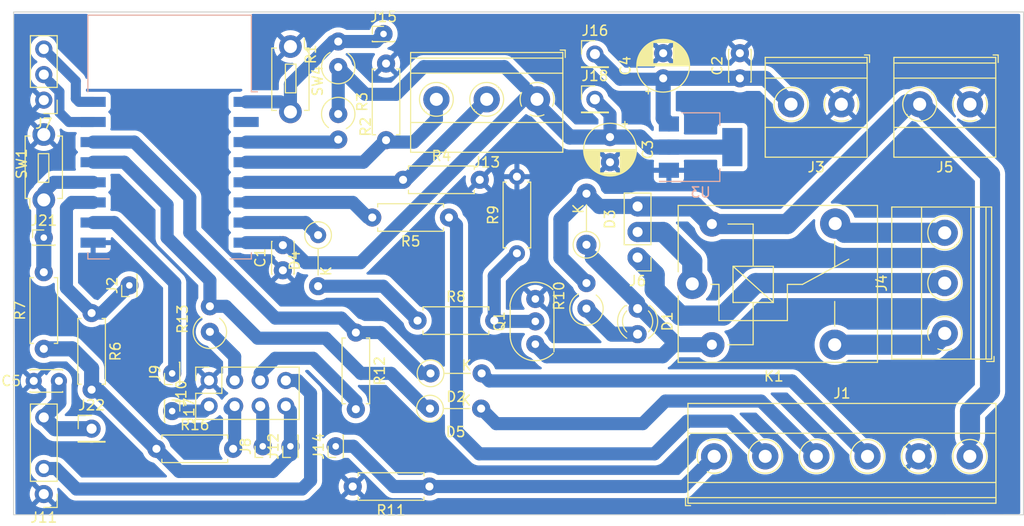
<source format=kicad_pcb>
(kicad_pcb (version 20221018) (generator pcbnew)
  (layers (0 "F.Cu" signal) (31 "B.Cu" signal) (34 "B.Paste" user) (35 "F.Paste" user) (36 "B.SilkS" user "B.Silkscreen") (37 "F.SilkS" user "F.Silkscreen") (38 "B.Mask" user) (39 "F.Mask" user) (44 "Edge.Cuts" user))
  (net 0 "")
  (net 1 "GND")
  (net 2 "+3.3V")
  (net 3 "+5V")
  (net 4 "Net-(D1-K)")
  (net 5 "Net-(D1-A)")
  (net 6 "+12V")
  (net 7 "D0")
  (net 8 "D1")
  (net 9 "LED")
  (net 10 "Net-(J4-Pin_1)")
  (net 11 "Net-(J4-Pin_2)")
  (net 12 "Net-(J4-Pin_3)")
  (net 13 "Net-(J6-Pin_2)")
  (net 14 "Net-(J10-Pin_6)")
  (net 15 "Net-(J10-Pin_7)")
  (net 16 "GPIO2")
  (net 17 "BTN")
  (net 18 "WG26{slash}34")
  (net 19 "Net-(Q1-B)")
  (net 20 "Net-(U1-EN)")
  (net 21 "BEEP")
  (net 23 "Net-(J1-Pin_2)")
  (net 24 "Net-(J7-Pin_2)")
  (net 25 "Net-(J7-Pin_3)")
  (net 26 "Net-(J10-Pin_2)")
  (net 27 "Net-(J10-Pin_4)")
  (net 28 "Net-(J13-Pin_3)")
  (net 29 "Net-(J15-Pin_1)")
  (net 30 "Net-(D4-K)")
  (net 31 "Net-(D4-A)")
  (net 32 "Net-(D2-K)")
  (net 33 "Net-(D5-K)")
  (net 34 "Net-(J10-Pin_3)")
  (net 35 "Net-(J10-Pin_5)")
  (footprint "Capacitor_THT:CP_Radial_D5.0mm_P2.50mm" (layer "F.Cu") (at 196.28 42.16 90)
    (fp_text reference "C4" (at 1.25 -3.75 90) (layer "F.SilkS"))
    (fp_text value "100uF")
    (pad "1" thru_hole circle (at 0 0 90) (size 1.8 1.8) (drill 0.8) (layers "*.Cu" "*.Mask") (net 3 "+5V"))
    (pad "2" thru_hole circle (at 2.5 0 90) (size 1.8 1.8) (drill 0.8) (layers "*.Cu" "*.Mask") (net 1 "GND"))
  )
  (footprint "Capacitor_THT:CP_Radial_D5.0mm_P2.50mm" (layer "F.Cu") (at 191 48 -90)
    (fp_text reference "C3" (at 1.25 -3.75 90) (layer "F.SilkS"))
    (fp_text value "10uF")
    (pad "1" thru_hole circle (at 0 0 270) (size 1.8 1.8) (drill 0.8) (layers "*.Cu" "*.Mask") (net 2 "+3.3V"))
    (pad "2" thru_hole circle (at 2.5 0 270) (size 1.8 1.8) (drill 0.8) (layers "*.Cu" "*.Mask") (net 1 "GND"))
  )
  (footprint "Capacitor_THT:C_Disc_D3.0mm_W2.0mm_P2.50mm" (layer "F.Cu") (at 203.9 42.16 90)
    (fp_text reference "C2" (at 1.25 -2.25 90) (layer "F.SilkS"))
    (fp_text value "0.1u")
    (pad "1" thru_hole circle (at 0 0 90) (size 1.8 1.8) (drill 0.8) (layers "*.Cu" "*.Mask") (net 3 "+5V"))
    (pad "2" thru_hole circle (at 2.5 0 90) (size 1.8 1.8) (drill 0.8) (layers "*.Cu" "*.Mask") (net 1 "GND"))
  )
  (footprint "Resistor_THT:R_Axial_DIN0309_L9.0mm_D3.2mm_P2.54mm_Vertical" (layer "F.Cu") (at 164 45.71 -90)
    (fp_text reference "R2" (at 1.27 -2.72 -90) (layer "F.SilkS"))
    (fp_text value "10K")
    (pad "1" thru_hole circle (at 0 0 270) (size 1.8 1.8) (drill 0.8) (layers "*.Cu" "*.Mask") (net 2 "+3.3V"))
    (pad "2" thru_hole circle (at 2.54 0 270) (size 1.8 1.8) (drill 0.8) (layers "*.Cu" "*.Mask") (net 20 "Net-(U1-EN)"))
  )
  (footprint "Connector_PinHeader_1.27mm:PinHeader_1x01_P1.27mm_Vertical" (layer "F.Cu") (at 156.5 78.75 90)
    (fp_text reference "J8" (at 0 -1.695 90) (layer "F.SilkS"))
    (fp_text value "~")
    (pad "1" thru_hole circle (at 0 0 90) (size 1.8 1.8) (drill 0.65) (layers "*.Cu" "*.Mask") (net 14 "Net-(J10-Pin_6)"))
  )
  (footprint "Relay_THT:Relay_SPDT_SANYOU_SRD_Series_Form_C" (layer "F.Cu") (at 199.17 62.6)
    (fp_text reference "K1" (at 8.1 9.2) (layer "F.SilkS"))
    (fp_text value "SANYOU_SRD_Form_C")
    (pad "1" thru_hole circle (at 0 0 90) (size 3 3) (drill 1.3) (layers "*.Cu" "*.Mask") (net 13 "Net-(J6-Pin_2)"))
    (pad "2" thru_hole circle (at 1.95 6.05 90) (size 2.5 2.5) (drill 1) (layers "*.Cu" "*.Mask") (net 4 "Net-(D1-K)"))
    (pad "3" thru_hole circle (at 14.15 6.05 90) (size 3 3) (drill 1.3) (layers "*.Cu" "*.Mask") (net 10 "Net-(J4-Pin_1)"))
    (pad "4" thru_hole circle (at 14.2 -6 90) (size 3 3) (drill 1.3) (layers "*.Cu" "*.Mask") (net 12 "Net-(J4-Pin_3)"))
    (pad "5" thru_hole circle (at 1.95 -5.95 90) (size 2.5 2.5) (drill 1) (layers "*.Cu" "*.Mask") (net 6 "+12V"))
  )
  (footprint "Resistor_THT:R_Axial_DIN0207_L6.3mm_D2.5mm_P7.62mm_Horizontal" (layer "F.Cu") (at 171.88 66.25)
    (fp_text reference "R8" (at 3.81 -2.37) (layer "F.SilkS"))
    (fp_text value "10K")
    (pad "1" thru_hole circle (at 0 0) (size 1.8 1.8) (drill 0.8) (layers "*.Cu" "*.Mask") (net 30 "Net-(D4-K)"))
    (pad "2" thru_hole circle (at 7.62 0) (size 1.8 1.8) (drill 0.8) (layers "*.Cu" "*.Mask") (net 19 "Net-(Q1-B)"))
  )
  (footprint "LED_THT:LED_D3.0mm" (layer "F.Cu") (at 193.74 65.06 -90)
    (fp_text reference "D1" (at 1.27 -2.96 90) (layer "F.SilkS"))
    (fp_text value "LED")
    (pad "1" thru_hole circle (at 0 0 270) (size 1.8 1.8) (drill 0.9) (layers "*.Cu" "*.Mask") (net 4 "Net-(D1-K)"))
    (pad "2" thru_hole circle (at 2.54 0 270) (size 1.8 1.8) (drill 0.9) (layers "*.Cu" "*.Mask") (net 5 "Net-(D1-A)"))
  )
  (footprint "Connector_PinHeader_1.27mm:PinHeader_1x01_P1.27mm_Vertical" (layer "F.Cu") (at 143.25 62.75 90)
    (fp_text reference "J2" (at 0 -1.695 90) (layer "F.SilkS"))
    (fp_text value "~")
    (pad "1" thru_hole circle (at 0 0 90) (size 1.8 1.8) (drill 0.65) (layers "*.Cu" "*.Mask") (net 16 "GPIO2"))
  )
  (footprint "Connector_PinHeader_1.27mm:PinHeader_1x01_P1.27mm_Vertical" (layer "F.Cu") (at 163.75 78.75 90)
    (fp_text reference "J14" (at 0 -1.695 90) (layer "F.SilkS"))
    (fp_text value "~")
    (pad "1" thru_hole circle (at 0 0 90) (size 1.8 1.8) (drill 0.65) (layers "*.Cu" "*.Mask") (net 9 "LED"))
  )
  (footprint "Diode_THT:D_DO-35_SOD27_P5.08mm_Vertical_KathodeUp" (layer "F.Cu") (at 162 62.83 90)
    (fp_text reference "D4" (at 2.54 -2.326371 90) (layer "F.SilkS"))
    (fp_text value "1N4148")
    (fp_text user "K" (at 1.5 0.8 90) (layer "F.SilkS"))
    (pad "1" thru_hole circle (at 0 0 90) (size 1.8 1.8) (drill 0.8) (layers "*.Cu" "*.Mask") (net 30 "Net-(D4-K)"))
    (pad "2" thru_hole oval (at 5.08 0 90) (size 1.6 1.6) (drill 0.8) (layers "*.Cu" "*.Mask") (net 31 "Net-(D4-A)"))
  )
  (footprint "Button_Switch_THT:SW_PUSH_1P1T_6x3.5mm_H4.3_APEM_MJTP1243" (layer "F.Cu") (at 134.75 54.25 90)
    (fp_text reference "SW1" (at 3.595 -2.2 90) (layer "F.SilkS"))
    (fp_text value "FLASH")
    (pad "1" thru_hole circle (at 0 0 180) (size 2.25 2.25) (drill 1.3) (layers "*.Cu" "*.Mask") (net 18 "WG26{slash}34"))
    (pad "2" thru_hole circle (at 6.5 0 180) (size 2.25 2.25) (drill 1.3) (layers "*.Cu" "*.Mask") (net 1 "GND"))
  )
  (footprint "Resistor_THT:R_Axial_DIN0309_L9.0mm_D3.2mm_P2.54mm_Vertical" (layer "F.Cu") (at 164 41.04 90)
    (fp_text reference "R1" (at 1.27 -2.72 90) (layer "F.SilkS"))
    (fp_text value "10K")
    (pad "1" thru_hole circle (at 0 0 90) (size 1.8 1.8) (drill 0.8) (layers "*.Cu" "*.Mask") (net 2 "+3.3V"))
    (pad "2" thru_hole circle (at 2.54 0 90) (size 1.8 1.8) (drill 0.8) (layers "*.Cu" "*.Mask") (net 29 "Net-(J15-Pin_1)"))
  )
  (footprint "Capacitor_THT:C_Disc_D3.0mm_W2.0mm_P2.50mm" (layer "F.Cu") (at 133.75 72.25)
    (fp_text reference "C5" (at -2.25 0) (layer "F.SilkS"))
    (fp_text value "0.1u" hide)
    (pad "1" thru_hole circle (at 0 0) (size 1.6 1.6) (drill 0.8) (layers "*.Cu" "*.Mask") (net 1 "GND"))
    (pad "2" thru_hole circle (at 2.5 0) (size 1.6 1.6) (drill 0.8) (layers "*.Cu" "*.Mask") (net 3 "+5V"))
  )
  (footprint "Resistor_THT:R_Axial_DIN0207_L6.3mm_D2.5mm_P7.62mm_Horizontal" (layer "F.Cu") (at 165.75 67.44 -90)
    (fp_text reference "R12" (at 3.81 -2.37 90) (layer "F.SilkS"))
    (fp_text value "10K")
    (pad "1" thru_hole circle (at 0 0 270) (size 1.8 1.8) (drill 0.8) (layers "*.Cu" "*.Mask") (net 8 "D1"))
    (pad "2" thru_hole circle (at 7.62 0 270) (size 1.8 1.8) (drill 0.8) (layers "*.Cu" "*.Mask") (net 35 "Net-(J10-Pin_5)"))
  )
  (footprint "TerminalBlock_Phoenix:TerminalBlock_Phoenix_MKDS-1,5-3_1x03_P5.00mm_Horizontal" (layer "F.Cu") (at 224.25 67.52 90)
    (fp_text reference "J4" (at 5 -6.26 90) (layer "F.SilkS"))
    (fp_text value "OUT 1")
    (pad "1" thru_hole circle (at 0 0 90) (size 2.6 2.6) (drill 1.3) (layers "*.Cu" "*.Mask") (net 10 "Net-(J4-Pin_1)"))
    (pad "2" thru_hole circle (at 5 0 90) (size 2.6 2.6) (drill 1.3) (layers "*.Cu" "*.Mask") (net 11 "Net-(J4-Pin_2)"))
    (pad "3" thru_hole circle (at 10 0 90) (size 2.6 2.6) (drill 1.3) (layers "*.Cu" "*.Mask") (net 12 "Net-(J4-Pin_3)"))
  )
  (footprint "Connector_PinHeader_2.54mm:PinHeader_1x01_P2.54mm_Vertical" (layer "F.Cu") (at 189.5 44.25)
    (fp_text reference "J18" (at 0 -2.33) (layer "F.SilkS"))
    (fp_text value "~")
    (pad "1" thru_hole circle (at 0 0) (size 1.7 1.7) (drill 1) (layers "*.Cu" "*.Mask") (net 2 "+3.3V"))
  )
  (footprint "Connector_PinHeader_1.27mm:PinHeader_1x01_P1.27mm_Vertical" (layer "F.Cu") (at 147.5 71.5 90)
    (fp_text reference "J9" (at 0 -1.695 90) (layer "F.SilkS"))
    (fp_text value "~")
    (pad "1" thru_hole circle (at 0 0 90) (size 1.8 1.8) (drill 0.65) (layers "*.Cu" "*.Mask") (net 9 "LED"))
  )
  (footprint "Button_Switch_THT:SW_PUSH_1P1T_6x3.5mm_H4.3_APEM_MJTP1243" (layer "F.Cu") (at 159.25 39 -90)
    (fp_text reference "SW4" (at 3.42 -2.7 90) (layer "F.SilkS"))
    (fp_text value "RESET")
    (pad "1" thru_hole circle (at 0 0) (size 2.25 2.25) (drill 1.3) (layers "*.Cu" "*.Mask") (net 1 "GND"))
    (pad "2" thru_hole circle (at 6.5 0) (size 2.25 2.25) (drill 1.3) (layers "*.Cu" "*.Mask") (net 29 "Net-(J15-Pin_1)"))
  )
  (footprint "Resistor_THT:R_Axial_DIN0207_L6.3mm_D2.5mm_P7.62mm_Horizontal" (layer "F.Cu") (at 175 56 180)
    (fp_text reference "R5" (at 3.81 -2.37) (layer "F.SilkS"))
    (fp_text value "10K")
    (pad "1" thru_hole circle (at 0 0 180) (size 1.8 1.8) (drill 0.8) (layers "*.Cu" "*.Mask") (net 23 "Net-(J1-Pin_2)"))
    (pad "2" thru_hole circle (at 7.62 0 180) (size 1.8 1.8) (drill 0.8) (layers "*.Cu" "*.Mask") (net 21 "BEEP"))
  )
  (footprint "TerminalBlock_Phoenix:TerminalBlock_Phoenix_MKDS-1,5-6-5.08_1x06_P5.08mm_Horizontal" (layer "F.Cu") (at 201.34 79.75)
    (fp_text reference "J1" (at 12.7 -6.26) (layer "F.SilkS"))
    (fp_text value "LECTOR")
    (pad "1" thru_hole circle (at 0 0) (size 2.6 2.6) (drill 1.3) (layers "*.Cu" "*.Mask") (net 9 "LED"))
    (pad "2" thru_hole circle (at 5.08 0) (size 2.6 2.6) (drill 1.3) (layers "*.Cu" "*.Mask") (net 23 "Net-(J1-Pin_2)"))
    (pad "3" thru_hole circle (at 10.16 0) (size 2.6 2.6) (drill 1.3) (layers "*.Cu" "*.Mask") (net 33 "Net-(D5-K)"))
    (pad "4" thru_hole circle (at 15.24 0) (size 2.6 2.6) (drill 1.3) (layers "*.Cu" "*.Mask") (net 32 "Net-(D2-K)"))
    (pad "5" thru_hole circle (at 20.32 0) (size 2.6 2.6) (drill 1.3) (layers "*.Cu" "*.Mask") (net 1 "GND"))
    (pad "6" thru_hole circle (at 25.4 0) (size 2.6 2.6) (drill 1.3) (layers "*.Cu" "*.Mask") (net 6 "+12V"))
  )
  (footprint "TerminalBlock_Phoenix:TerminalBlock_Phoenix_MKDS-1,5-2_1x02_P5.00mm_Horizontal" (layer "F.Cu") (at 226.76 44.74 180)
    (fp_text reference "J5" (at 2.5 -6.26) (layer "F.SilkS"))
    (fp_text value "IN 12V")
    (pad "1" thru_hole circle (at 0 0 180) (size 2.6 2.6) (drill 1.3) (layers "*.Cu" "*.Mask") (net 1 "GND"))
    (pad "2" thru_hole circle (at 5 0 180) (size 2.6 2.6) (drill 1.3) (layers "*.Cu" "*.Mask") (net 6 "+12V"))
  )
  (footprint "Resistor_THT:R_Axial_DIN0207_L6.3mm_D2.5mm_P7.62mm_Horizontal" (layer "F.Cu") (at 173.06 82.75 180)
    (fp_text reference "R11" (at 3.81 -2.37) (layer "F.SilkS"))
    (fp_text value "10K")
    (pad "1" thru_hole circle (at 0 0 180) (size 1.8 1.8) (drill 0.8) (layers "*.Cu" "*.Mask") (net 9 "LED"))
    (pad "2" thru_hole circle (at 7.62 0 180) (size 1.8 1.8) (drill 0.8) (layers "*.Cu" "*.Mask") (net 1 "GND"))
  )
  (footprint "Resistor_THT:R_Axial_DIN0207_L6.3mm_D2.5mm_P7.62mm_Horizontal" (layer "F.Cu") (at 170.44 52.25)
    (fp_text reference "R4" (at 3.81 -2.37) (layer "F.SilkS"))
    (fp_text value "10K")
    (pad "1" thru_hole circle (at 0 0) (size 1.8 1.8) (drill 0.8) (layers "*.Cu" "*.Mask") (net 17 "BTN"))
    (pad "2" thru_hole circle (at 7.62 0) (size 1.8 1.8) (drill 0.8) (layers "*.Cu" "*.Mask") (net 1 "GND"))
  )
  (footprint "Resistor_THT:R_Axial_DIN0207_L6.3mm_D2.5mm_P7.62mm_Horizontal" (layer "F.Cu") (at 134.75 69.06 90)
    (fp_text reference "R7" (at 3.81 -2.37 90) (layer "F.SilkS"))
    (fp_text value "10K")
    (pad "1" thru_hole circle (at 0 0 90) (size 1.8 1.8) (drill 0.8) (layers "*.Cu" "*.Mask") (net 2 "+3.3V"))
    (pad "2" thru_hole circle (at 7.62 0 90) (size 1.8 1.8) (drill 0.8) (layers "*.Cu" "*.Mask") (net 18 "WG26{slash}34"))
  )
  (footprint "Resistor_THT:R_Axial_DIN0207_L6.3mm_D2.5mm_P7.62mm_Horizontal" (layer "F.Cu") (at 181.75 59.56 90)
    (fp_text reference "R9" (at 3.81 -2.37 90) (layer "F.SilkS"))
    (fp_text value "100K")
    (pad "1" thru_hole circle (at 0 0 90) (size 1.6 1.6) (drill 0.8) (layers "*.Cu" "*.Mask") (net 19 "Net-(Q1-B)"))
    (pad "2" thru_hole oval (at 7.62 0 90) (size 1.6 1.6) (drill 0.8) (layers "*.Cu" "*.Mask") (net 1 "GND"))
  )
  (footprint "Connector_PinHeader_1.27mm:PinHeader_1x01_P1.27mm_Vertical" (layer "F.Cu") (at 168.5 37.75)
    (fp_text reference "J15" (at 0 -1.695) (layer "F.SilkS"))
    (fp_text value "~")
    (pad "1" thru_hole circle (at 0 0) (size 1.8 1.8) (drill 0.65) (layers "*.Cu" "*.Mask") (net 29 "Net-(J15-Pin_1)"))
  )
  (footprint "Resistor_THT:R_Axial_DIN0207_L6.3mm_D2.5mm_P7.62mm_Horizontal" (layer "F.Cu") (at 139.5 65.5 -90)
    (fp_text reference "R6" (at 3.81 -2.37 -90) (layer "F.SilkS"))
    (fp_text value "10K")
    (pad "1" thru_hole circle (at 0 0 270) (size 1.8 1.8) (drill 0.8) (layers "*.Cu" "*.Mask") (net 16 "GPIO2"))
    (pad "2" thru_hole circle (at 7.62 0 270) (size 1.8 1.8) (drill 0.8) (layers "*.Cu" "*.Mask") (net 2 "+3.3V"))
  )
  (footprint "Diode_THT:D_DO-35_SOD27_P5.08mm_Vertical_KathodeUp" (layer "F.Cu") (at 178.195686 75 180)
    (fp_text reference "D5" (at 2.54 -2.326371) (layer "F.SilkS"))
    (fp_text value "1N4148")
    (fp_text user "K" (at 1.5 0.8) (layer "F.SilkS"))
    (pad "1" thru_hole circle (at 0 0 180) (size 1.8 1.8) (drill 0.8) (layers "*.Cu" "*.Mask") (net 33 "Net-(D5-K)"))
    (pad "2" thru_hole circle (at 5.08 0 180) (size 1.8 1.8) (drill 0.8) (layers "*.Cu" "*.Mask") (net 7 "D0"))
  )
  (footprint "Connector_PinSocket_2.54mm:PinSocket_2x04_P2.54mm_Vertical" (layer "F.Cu") (at 151.17 72.21 90)
    (fp_text reference "J10" (at -1.27 -2.77 90) (layer "F.SilkS"))
    (fp_text value "ESP01")
    (pad "1" thru_hole circle (at 0 0 90) (size 1.7 1.7) (drill 1) (layers "*.Cu" "*.Mask") (net 1 "GND"))
    (pad "2" thru_hole oval (at -2.54 0 90) (size 1.7 1.7) (drill 1) (layers "*.Cu" "*.Mask") (net 26 "Net-(J10-Pin_2)"))
    (pad "3" thru_hole oval (at 0 2.54 90) (size 1.7 1.7) (drill 1) (layers "*.Cu" "*.Mask") (net 34 "Net-(J10-Pin_3)"))
    (pad "4" thru_hole oval (at -2.54 2.54 90) (size 1.7 1.7) (drill 1) (layers "*.Cu" "*.Mask") (net 27 "Net-(J10-Pin_4)"))
    (pad "5" thru_hole circle (at 0 5.08 90) (size 1.7 1.7) (drill 1) (layers "*.Cu" "*.Mask") (net 35 "Net-(J10-Pin_5)"))
    (pad "6" thru_hole oval (at -2.54 5.08 90) (size 1.7 1.7) (drill 1) (layers "*.Cu" "*.Mask") (net 14 "Net-(J10-Pin_6)"))
    (pad "7" thru_hole oval (at 0 7.62 90) (size 1.7 1.7) (drill 1) (layers "*.Cu" "*.Mask") (net 15 "Net-(J10-Pin_7)"))
    (pad "8" thru_hole oval (at -2.54 7.62 90) (size 1.7 1.7) (drill 1) (layers "*.Cu" "*.Mask") (net 2 "+3.3V"))
  )
  (footprint "Resistor_THT:R_Axial_DIN0207_L6.3mm_D2.5mm_P7.62mm_Horizontal" (layer "F.Cu") (at 168.75 48.31 90)
    (fp_text reference "R3" (at 3.81 -2.37 90) (layer "F.SilkS"))
    (fp_text value "10K")
    (pad "1" thru_hole circle (at 0 0 90) (size 1.8 1.8) (drill 0.8) (layers "*.Cu" "*.Mask") (net 28 "Net-(J13-Pin_3)"))
    (pad "2" thru_hole circle (at 7.62 0 90) (size 1.8 1.8) (drill 0.8) (layers "*.Cu" "*.Mask") (net 1 "GND"))
  )
  (footprint "Connector_PinHeader_1.27mm:PinHeader_1x01_P1.27mm_Vertical" (layer "F.Cu") (at 147.5 75.25 -90)
    (fp_text reference "J17" (at 0 -1.695 90) (layer "F.SilkS"))
    (fp_text value "~")
    (pad "1" thru_hole circle (at 0 0 270) (size 1.8 1.8) (drill 0.65) (layers "*.Cu" "*.Mask") (net 26 "Net-(J10-Pin_2)"))
  )
  (footprint "Resistor_THT:R_Axial_DIN0207_L6.3mm_D2.5mm_P7.62mm_Horizontal" (layer "F.Cu") (at 145.94 79)
    (fp_text reference "R16" (at 3.81 -2.37) (layer "F.SilkS"))
    (fp_text value "10K")
    (pad "1" thru_hole circle (at 0 0) (size 1.8 1.8) (drill 0.8) (layers "*.Cu" "*.Mask") (net 2 "+3.3V"))
    (pad "2" thru_hole circle (at 7.62 0) (size 1.8 1.8) (drill 0.8) (layers "*.Cu" "*.Mask") (net 27 "Net-(J10-Pin_4)"))
  )
  (footprint "TerminalBlock_Phoenix:TerminalBlock_Phoenix_MKDS-1,5-3_1x03_P5.00mm_Horizontal" (layer "F.Cu") (at 183.75 44.25 180)
    (fp_text reference "J13" (at 5 -6.26) (layer "F.SilkS"))
    (fp_text value "OUT 1")
    (pad "1" thru_hole circle (at 0 0 180) (size 2.6 2.6) (drill 1.3) (layers "*.Cu" "*.Mask") (net 2 "+3.3V"))
    (pad "2" thru_hole circle (at 5 0 180) (size 2.6 2.6) (drill 1.3) (layers "*.Cu" "*.Mask") (net 17 "BTN"))
    (pad "3" thru_hole circle (at 10 0 180) (size 2.6 2.6) (drill 1.3) (layers "*.Cu" "*.Mask") (net 28 "Net-(J13-Pin_3)"))
  )
  (footprint "Resistor_THT:R_Axial_DIN0309_L9.0mm_D3.2mm_P2.54mm_Vertical" (layer "F.Cu") (at 188.66 65.06 90)
    (fp_text reference "R10" (at 1.27 -2.72 90) (layer "F.SilkS"))
    (fp_text value "1K")
    (pad "1" thru_hole circle (at 0 0 90) (size 1.8 1.8) (drill 0.8) (layers "*.Cu" "*.Mask") (net 5 "Net-(D1-A)"))
    (pad "2" thru_hole circle (at 2.54 0 90) (size 1.8 1.8) (drill 0.8) (layers "*.Cu" "*.Mask") (net 6 "+12V"))
  )
  (footprint "Connector_PinHeader_1.27mm:PinHeader_1x01_P1.27mm_Vertical" (layer "F.Cu") (at 159.25 78.75 90)
    (fp_text reference "J12" (at 0 -1.695 90) (layer "F.SilkS"))
    (fp_text value "~")
    (pad "1" thru_hole circle (at 0 0 90) (size 1.8 1.8) (drill 0.65) (layers "*.Cu" "*.Mask") (net 2 "+3.3V"))
  )
  (footprint "Resistor_THT:R_Axial_DIN0309_L9.0mm_D3.2mm_P2.54mm_Vertical" (layer "F.Cu") (at 151.25 67.37 90)
    (fp_text reference "R13" (at 1.27 -2.72 90) (layer "F.SilkS"))
    (fp_text value "10K")
    (pad "1" thru_hole circle (at 0 0 90) (size 1.8 1.8) (drill 0.8) (layers "*.Cu" "*.Mask") (net 34 "Net-(J10-Pin_3)"))
    (pad "2" thru_hole circle (at 2.54 0 90) (size 1.8 1.8) (drill 0.8) (layers "*.Cu" "*.Mask") (net 7 "D0"))
  )
  (footprint "Capacitor_THT:C_Disc_D3.0mm_W2.0mm_P2.50mm" (layer "F.Cu") (at 158.5 61.25 90)
    (fp_text reference "C1" (at 1.25 -2.25 90) (layer "F.SilkS"))
    (fp_text value "0.1u")
    (pad "1" thru_hole circle (at 0 0 90) (size 1.8 1.8) (drill 0.8) (layers "*.Cu" "*.Mask") (net 1 "GND"))
    (pad "2" thru_hole circle (at 2.5 0 90) (size 1.8 1.8) (drill 0.8) (layers "*.Cu" "*.Mask") (net 2 "+3.3V"))
  )
  (footprint "Connector_PinHeader_2.54mm:PinHeader_1x01_P2.54mm_Vertical" (layer "F.Cu") (at 139.5 77)
    (fp_text reference "J22" (at 0 -2.33) (layer "F.SilkS"))
    (fp_text value "~")
    (pad "1" thru_hole circle (at 0 0) (size 1.8 1.8) (drill 1) (layers "*.Cu" "*.Mask") (net 3 "+5V"))
  )
  (footprint "Connector_PinHeader_2.54mm:PinHeader_1x01_P2.54mm_Vertical" (layer "F.Cu") (at 189.5 39.75)
    (fp_text reference "J16" (at 0 -2.33) (layer "F.SilkS"))
    (fp_text value "~")
    (pad "1" thru_hole circle (at 0 0) (size 1.7 1.7) (drill 1) (layers "*.Cu" "*.Mask") (net 3 "+5V"))
  )
  (footprint "Connector_PinHeader_2.54mm:PinHeader_1x03_P2.54mm_Vertical" (layer "F.Cu") (at 193.74 59.98 180)
    (fp_text reference "J6" (at 0 -2.33) (layer "F.SilkS"))
    (fp_text value "~")
    (pad "1" thru_hole circle (at 0 0 180) (size 2 2) (drill 1) (layers "*.Cu" "*.Mask") (net 11 "Net-(J4-Pin_2)"))
    (pad "2" thru_hole circle (at 0 2.54 180) (size 2 2) (drill 1) (layers "*.Cu" "*.Mask") (net 13 "Net-(J6-Pin_2)"))
    (pad "3" thru_hole circle (at 0 5.08 180) (size 2 2) (drill 1) (layers "*.Cu" "*.Mask") (net 6 "+12V"))
  )
  (footprint "Connector_PinHeader_2.54mm:PinHeader_1x04_P2.54mm_Vertical" (layer "F.Cu") (at 134.75 83.5 180)
    (fp_text reference "J11" (at 0 -2.33) (layer "F.SilkS"))
    (fp_text value "Receptor RF")
    (pad "1" thru_hole circle (at 0 0 180) (size 1.8 1.8) (drill 1) (layers "*.Cu" "*.Mask") (net 1 "GND"))
    (pad "2" thru_hole oval (at 0 2.54 180) (size 1.7 1.7) (drill 1) (layers "*.Cu" "*.Mask") (net 15 "Net-(J10-Pin_7)"))
    (pad "4" thru_hole oval (at 0 7.62 180) (size 1.7 1.7) (drill 1) (layers "*.Cu" "*.Mask") (net 3 "+5V"))
  )
  (footprint "Connector_PinHeader_2.54mm:PinHeader_1x03_P2.54mm_Vertical" (layer "F.Cu") (at 134.75 44.33 180)
    (fp_text reference "J7" (at 0 -2.33) (layer "F.SilkS"))
    (fp_text value "PROG")
    (pad "1" thru_hole circle (at 0 0 180) (size 1.7 1.7) (drill 1) (layers "*.Cu" "*.Mask") (net 1 "GND"))
    (pad "2" thru_hole oval (at 0 2.54 180) (size 1.7 1.7) (drill 1) (layers "*.Cu" "*.Mask") (net 24 "Net-(J7-Pin_2)"))
    (pad "3" thru_hole oval (at 0 5.08 180) (size 1.7 1.7) (drill 1) (layers "*.Cu" "*.Mask") (net 25 "Net-(J7-Pin_3)"))
  )
  (footprint "Diode_THT:D_DO-35_SOD27_P5.08mm_Vertical_KathodeUp" (layer "F.Cu") (at 188.66 53.63 -90)
    (fp_text reference "D3" (at 2.54 -2.326371 -90) (layer "F.SilkS"))
    (fp_text value "1N4148")
    (fp_text user "K" (at 1.5 0.8 -90) (layer "F.SilkS"))
    (pad "1" thru_hole circle (at 0 0 270) (size 2 2) (drill 0.8) (layers "*.Cu" "*.Mask") (net 6 "+12V"))
    (pad "2" thru_hole circle (at 5.08 0 270) (size 2 2) (drill 0.8) (layers "*.Cu" "*.Mask") (net 4 "Net-(D1-K)"))
  )
  (footprint "Connector_PinHeader_1.27mm:PinHeader_1x01_P1.27mm_Vertical" (layer "F.Cu") (at 134.75 58)
    (fp_text reference "J21" (at 0 -1.695) (layer "F.SilkS"))
    (fp_text value "~")
    (pad "1" thru_hole circle (at 0 0) (size 1.8 1.8) (drill 0.65) (layers "*.Cu" "*.Mask") (net 18 "WG26{slash}34"))
  )
  (footprint "Package_TO_SOT_THT:TO-92_Inline" (layer "F.Cu") (at 183.58 67.6 90)
    (fp_text reference "Q1" (at 1.27 -3.56 90) (layer "F.SilkS"))
    (fp_text value "BC546")
    (pad "1" thru_hole circle (at -1 0 90) (size 1.8 1.8) (drill 0.75) (layers "*.Cu" "*.Mask") (net 4 "Net-(D1-K)"))
    (pad "2" thru_hole circle (at 1.27 0 90) (size 1.8 1.8) (drill 0.75) (layers "*.Cu" "*.Mask") (net 19 "Net-(Q1-B)"))
    (pad "3" thru_hole circle (at 3.5 0 90) (size 1.8 1.8) (drill 0.75) (layers "*.Cu" "*.Mask") (net 1 "GND"))
  )
  (footprint "TerminalBlock_Phoenix:TerminalBlock_Phoenix_MKDS-1,5-2_1x02_P5.00mm_Horizontal" (layer "F.Cu") (at 213.98 44.74 180)
    (fp_text reference "J3" (at 2.5 -6.26) (layer "F.SilkS"))
    (fp_text value "IN 5V")
    (pad "1" thru_hole circle (at 0 0 180) (size 2.6 2.6) (drill 1.3) (layers "*.Cu" "*.Mask") (net 1 "GND"))
    (pad "2" thru_hole circle (at 5 0 180) (size 2.6 2.6) (drill 1.3) (layers "*.Cu" "*.Mask") (net 3 "+5V"))
  )
  (footprint "Diode_THT:D_DO-35_SOD27_P5.08mm_Vertical_KathodeUp" (layer "F.Cu") (at 178.25 71.5 180)
    (fp_text reference "D2" (at 2.54 -2.326371) (layer "F.SilkS"))
    (fp_text value "1N4148")
    (fp_text user "K" (at 1.5 0.8) (layer "F.SilkS"))
    (pad "1" thru_hole circle (at 0 0 180) (size 1.8 1.8) (drill 0.8) (layers "*.Cu" "*.Mask") (net 32 "Net-(D2-K)"))
    (pad "2" thru_hole circle (at 5.08 0 180) (size 1.8 1.8) (drill 0.8) (layers "*.Cu" "*.Mask") (net 8 "D1"))
  )
  (footprint "RF_Module:ESP-12E" (layer "B.Cu") (at 147.25 48 180)
    (fp_text reference "U1" hide)
    (fp_text value "ESP-12F")
    (pad "1" smd rect (at -7.6 3.5 180) (size 2.5 1) (layers "B.Cu" "B.Paste" "B.Mask") (net 29 "Net-(J15-Pin_1)"))
    (pad "2" smd rect (at -7.6 1.5 180) (size 2.5 1) (layers "B.Cu" "B.Paste" "B.Mask"))
    (pad "3" smd rect (at -7.6 -0.5 180) (size 2.5 1) (layers "B.Cu" "B.Paste" "B.Mask") (net 20 "Net-(U1-EN)"))
    (pad "4" smd rect (at -7.6 -2.5 180) (size 2.5 1) (layers "B.Cu" "B.Paste" "B.Mask") (net 28 "Net-(J13-Pin_3)"))
    (pad "5" smd rect (at -7.6 -4.5 180) (size 2.5 1) (layers "B.Cu" "B.Paste" "B.Mask") (net 17 "BTN"))
    (pad "6" smd rect (at -7.6 -6.5 180) (size 2.5 1) (layers "B.Cu" "B.Paste" "B.Mask") (net 21 "BEEP"))
    (pad "7" smd rect (at -7.6 -8.5 180) (size 2.5 1) (layers "B.Cu" "B.Paste" "B.Mask") (net 31 "Net-(D4-A)"))
    (pad "8" smd rect (at -7.6 -10.5 180) (size 2.5 1) (layers "B.Cu" "B.Paste" "B.Mask") (net 2 "+3.3V"))
    (pad "15" smd rect (at 7.6 -10.5 180) (size 2.5 1) (layers "B.Cu" "B.Paste" "B.Mask") (net 1 "GND"))
    (pad "16" smd rect (at 7.6 -8.5 180) (size 2.5 1) (layers "B.Cu" "B.Paste" "B.Mask") (net 9 "LED"))
    (pad "17" smd rect (at 7.6 -6.5 180) (size 2.5 1) (layers "B.Cu" "B.Paste" "B.Mask") (net 16 "GPIO2"))
    (pad "18" smd rect (at 7.6 -4.5 180) (size 2.5 1) (layers "B.Cu" "B.Paste" "B.Mask") (net 18 "WG26{slash}34"))
    (pad "19" smd rect (at 7.6 -2.5 180) (size 2.5 1) (layers "B.Cu" "B.Paste" "B.Mask") (net 7 "D0"))
    (pad "20" smd rect (at 7.6 -0.5 180) (size 2.5 1) (layers "B.Cu" "B.Paste" "B.Mask") (net 8 "D1"))
    (pad "21" smd rect (at 7.6 1.5 180) (size 2.5 1) (layers "B.Cu" "B.Paste" "B.Mask") (net 24 "Net-(J7-Pin_2)"))
    (pad "22" smd rect (at 7.6 3.5 180) (size 2.5 1) (layers "B.Cu" "B.Paste" "B.Mask") (net 25 "Net-(J7-Pin_3)"))
    (zone (net 0) (net_name "") (layers "*.Cu") (connect_pads (clearance 0)) (min_thickness 0.254)
      (keepout (tracks not_allowed) (vias not_allowed) (pads not_allowed) (copperpour not_allowed) (footprints not_allowed))
      (fill (thermal_gap 0.508) (thermal_bridge_width 0.508))
      (polygon (pts (xy 155.37 43.2) (xy 139.13 43.2) (xy 139.13 35.88) (xy 155.37 35.88)))
    )
  )
  (footprint "Package_TO_SOT_SMD:SOT-223-3_TabPin2" (layer "B.Cu") (at 200 49)
    (fp_text reference "U3" (at 0 4.5) (layer "B.SilkS") (effects (justify mirror)))
    (fp_text value "AMS1117-3.3")
    (pad "1" smd rect (at -3.15 2.3) (size 2 1.5) (layers "B.Cu" "B.Paste" "B.Mask") (net 1 "GND"))
    (pad "2" smd rect (at -3.15 0) (size 2 1.5) (layers "B.Cu" "B.Paste" "B.Mask") (net 2 "+3.3V"))
    (pad "2" smd rect (at 3.15 0) (size 2 3.8) (layers "B.Cu" "B.Paste" "B.Mask") (net 2 "+3.3V"))
    (pad "3" smd rect (at -3.15 -2.3) (size 2 1.5) (layers "B.Cu" "B.Paste" "B.Mask") (net 3 "+5V"))
  )
  (gr_rect (start 131.75 35.56) (end 232.08 85.56) (stroke (width 0.1)) (fill none) (layer "Edge.Cuts"))
  (segment (start 196.255 39.685) (end 196.28 39.66) (width 1) (layer "B.Cu") (net 1))
  (segment (start 213.98 43.52) (end 213.98 44.74) (width 0.5) (layer "B.Cu") (net 1))
  (segment (start 137.56 69.06) (end 139.5 71) (width 1.5) (layer "B.Cu") (net 2))
  (segment (start 195 49) (end 196.85 49) (width 1.5) (layer "B.Cu") (net 2))
  (segment (start 169.75 43.75) (end 166.71 43.75) (width 1.3) (layer "B.Cu") (net 2))
  (segment (start 183.75 44.25) (end 182.45 44.25) (width 1) (layer "B.Cu") (net 2))
  (segment (start 145.94 79) (end 148.19 81.25) (width 1.3) (layer "B.Cu") (net 2))
  (segment (start 187 48) (end 194 48) (width 1.5) (layer "B.Cu") (net 2))
  (segment (start 139.5 71) (end 139.5 73.12) (width 1.5) (layer "B.Cu") (net 2))
  (segment (start 159 58.75) (end 160.75 60.5) (width 1.3) (layer "B.Cu") (net 2))
  (segment (start 180.5 41) (end 172.5 41) (width 1.3) (layer "B.Cu") (net 2))
  (segment (start 166.2 60.5) (end 182.45 44.25) (width 1.3) (layer "B.Cu") (net 2))
  (segment (start 160.75 60.5) (end 166.2 60.5) (width 1.3) (layer "B.Cu") (net 2))
  (segment (start 183.75 44.25) (end 183.75 44.75) (width 1.5) (layer "B.Cu") (net 2))
  (segment (start 140.06 73.12) (end 145.94 79) (width 1.5) (layer "B.Cu") (net 2))
  (segment (start 166.71 43.75) (end 164 41.04) (width 1.3) (layer "B.Cu") (net 2))
  (segment (start 159.25 78.75) (end 159.25 75.21) (width 1.3) (layer "B.Cu") (net 2))
  (segment (start 194 48) (end 195 49) (width 1.5) (layer "B.Cu") (net 2))
  (segment (start 172.5 41) (end 169.75 43.75) (width 1.3) (layer "B.Cu") (net 2))
  (segment (start 183.75 44.25) (end 180.5 41) (width 1.3) (layer "B.Cu") (net 2))
  (segment (start 183.75 44.75) (end 187 48) (width 1.5) (layer "B.Cu") (net 2))
  (segment (start 158.5 58.75) (end 159 58.75) (width 1.3) (layer "B.Cu") (net 2))
  (segment (start 134.75 69.06) (end 137.56 69.06) (width 1.5) (layer "B.Cu") (net 2))
  (segment (start 164 45.71) (end 164 41.04) (width 1.3) (layer "B.Cu") (net 2))
  (segment (start 154.85 58.5) (end 158.25 58.5) (width 1.3) (layer "B.Cu") (net 2))
  (segment (start 191 48) (end 191 45.75) (width 1.3) (layer "B.Cu") (net 2))
  (segment (start 158.25 58.5) (end 158.5 58.75) (width 1.3) (layer "B.Cu") (net 2))
  (segment (start 157.5 81.25) (end 159.25 79.5) (width 1.3) (layer "B.Cu") (net 2))
  (segment (start 191 45.75) (end 189.5 44.25) (width 1.3) (layer "B.Cu") (net 2))
  (segment (start 148.19 81.25) (end 157.5 81.25) (width 1.3) (layer "B.Cu") (net 2))
  (segment (start 139.5 73.12) (end 140.06 73.12) (width 1.5) (layer "B.Cu") (net 2))
  (segment (start 159.25 79.5) (end 159.25 78.75) (width 1.5) (layer "B.Cu") (net 2))
  (segment (start 196.85 49) (end 203.15 49) (width 1.5) (layer "B.Cu") (net 2))
  (segment (start 196.28 46.13) (end 196.85 46.7) (width 1.5) (layer "B.Cu") (net 3))
  (segment (start 203.9 42.16) (end 206.4 42.16) (width 1.5) (layer "B.Cu") (net 3))
  (segment (start 189.5 39.75) (end 192 42.25) (width 1.3) (layer "B.Cu") (net 3))
  (segment (start 136.25 72.75) (end 136.25 74.38) (width 1.5) (layer "B.Cu") (net 3))
  (segment (start 139.5 77) (end 135.87 77) (width 1.5) (layer "B.Cu") (net 3))
  (segment (start 196.19 42.25) (end 196.28 42.16) (width 1.3) (layer "B.Cu") (net 3))
  (segment (start 196.28 42.16) (end 203.9 42.16) (width 1.5) (layer "B.Cu") (net 3))
  (segment (start 135.87 77) (end 134.75 75.88) (width 1.5) (layer "B.Cu") (net 3))
  (segment (start 206.4 42.16) (end 208.98 44.74) (width 1.5) (layer "B.Cu") (net 3))
  (segment (start 136.25 74.38) (end 134.75 75.88) (width 1.5) (layer "B.Cu") (net 3))
  (segment (start 192 42.25) (end 196.19 42.25) (width 1.3) (layer "B.Cu") (net 3))
  (segment (start 196.28 42.16) (end 196.28 46.13) (width 1.5) (layer "B.Cu") (net 3))
  (segment (start 183.58 68.6) (end 184.73 69.75) (width 1.5) (layer "B.Cu") (net 4))
  (segment (start 189.23 59.98) (end 193.74 64.49) (width 1.5) (layer "B.Cu") (net 4))
  (segment (start 196.23 69.75) (end 197.33 68.65) (width 1.5) (layer "B.Cu") (net 4))
  (segment (start 197.33 68.33) (end 194.06 65.06) (width 1.5) (layer "B.Cu") (net 4))
  (segment (start 194.06 65.06) (end 193.74 65.06) (width 1.5) (layer "B.Cu") (net 4))
  (segment (start 193.74 64.49) (end 193.74 65.06) (width 1.5) (layer "B.Cu") (net 4))
  (segment (start 197.33 68.65) (end 197.33 68.33) (width 1.5) (layer "B.Cu") (net 4))
  (segment (start 201.12 68.65) (end 197.33 68.65) (width 1.5) (layer "B.Cu") (net 4))
  (segment (start 184.73 69.75) (end 196.23 69.75) (width 1.5) (layer "B.Cu") (net 4))
  (segment (start 188.66 65.06) (end 191.2 67.6) (width 1.5) (layer "B.Cu") (net 5))
  (segment (start 191.2 67.6) (end 193.74 67.6) (width 1.5) (layer "B.Cu") (net 5))
  (segment (start 186.12 59.98) (end 186.12 56.17) (width 1.5) (layer "B.Cu") (net 6))
  (segment (start 226.76 75.26) (end 226.76 77.76) (width 2) (layer "B.Cu") (net 6))
  (segment (start 201.12 56.65) (end 208.6 56.65) (width 2) (layer "B.Cu") (net 6))
  (segment (start 208.6 56.65) (end 220.51 44.74) (width 2) (layer "B.Cu") (net 6))
  (segment (start 221.76 44.74) (end 228.75 51.73) (width 2) (layer "B.Cu") (net 6))
  (segment (start 199.37 54.9) (end 201.12 56.65) (width 2) (layer "B.Cu") (net 6))
  (segment (start 228.75 51.73) (end 228.75 73.27) (width 2) (layer "B.Cu") (net 6))
  (segment (start 193.74 54.9) (end 199.37 54.9) (width 2) (layer "B.Cu") (net 6))
  (segment (start 220.51 44.74) (end 221.76 44.74) (width 2) (layer "B.Cu") (net 6))
  (segment (start 186.12 56.17) (end 188.66 53.63) (width 1.5) (layer "B.Cu") (net 6))
  (segment (start 189.93 54.9) (end 188.66 53.63) (width 1.5) (layer "B.Cu") (net 6))
  (segment (start 228.75 73.27) (end 226.76 75.26) (width 2) (layer "B.Cu") (net 6))
  (segment (start 193.74 54.9) (end 189.93 54.9) (width 1.5) (layer "B.Cu") (net 6))
  (segment (start 188.66 62.52) (end 186.12 59.98) (width 1.5) (layer "B.Cu") (net 6))
  (segment (start 147 58) (end 151.25 62.25) (width 1.3) (layer "B.Cu") (net 7))
  (segment (start 172.75 75) (end 173.115686 75) (width 1.3) (layer "B.Cu") (net 7))
  (segment (start 169.25 71.5) (end 172.75 75) (width 1.3) (layer "B.Cu") (net 7))
  (segment (start 139.65 50.5) (end 142.75 50.5) (width 1.3) (layer "B.Cu") (net 7))
  (segment (start 142.75 50.5) (end 147 54.75) (width 1.3) (layer "B.Cu") (net 7))
  (segment (start 147 54.75) (end 147 58) (width 1.3) (layer "B.Cu") (net 7))
  (segment (start 162.75 68) (end 166.25 71.5) (width 1.3) (layer "B.Cu") (net 7))
  (segment (start 151.25 64.83) (end 152.83 64.83) (width 1.3) (layer "B.Cu") (net 7))
  (segment (start 166.25 71.5) (end 169.25 71.5) (width 1.3) (layer "B.Cu") (net 7))
  (segment (start 156 68) (end 162.75 68) (width 1.3) (layer "B.Cu") (net 7))
  (segment (start 151.25 62.25) (end 151.25 64.83) (width 1.3) (layer "B.Cu") (net 7))
  (segment (start 152.83 64.83) (end 156 68) (width 1.3) (layer "B.Cu") (net 7))
  (segment (start 157.75 66) (end 149.25 57.5) (width 1.3) (layer "B.Cu") (net 8))
  (segment (start 149.25 54) (end 143.75 48.5) (width 1.3) (layer "B.Cu") (net 8))
  (segment (start 172.25 71.5) (end 168.19 67.44) (width 1.3) (layer "B.Cu") (net 8))
  (segment (start 149.25 57.5) (end 149.25 54) (width 1.3) (layer "B.Cu") (net 8))
  (segment (start 165.75 67.44) (end 164.31 66) (width 1.3) (layer "B.Cu") (net 8))
  (segment (start 168.19 67.44) (end 165.75 67.44) (width 1.3) (layer "B.Cu") (net 8))
  (segment (start 164.31 66) (end 157.75 66) (width 1.3) (layer "B.Cu") (net 8))
  (segment (start 173.17 71.5) (end 172.25 71.5) (width 1.3) (layer "B.Cu") (net 8))
  (segment (start 143.75 48.5) (end 139.65 48.5) (width 1.3) (layer "B.Cu") (net 8))
  (segment (start 147.5 71.5) (end 147.75 71.25) (width 1.3) (layer "B.Cu") (net 9))
  (segment (start 147.75 71.25) (end 147.75 62.5) (width 1.3) (layer "B.Cu") (net 9))
  (segment (start 169.5 82.75) (end 165.5 78.75) (width 1.3) (layer "B.Cu") (net 9))
  (segment (start 198.34 82.75) (end 169.5 82.75) (width 1.3) (layer "B.Cu") (net 9))
  (segment (start 165.5 78.75) (end 163.75 78.75) (width 1.3) (layer "B.Cu") (net 9))
  (segment (start 147.75 62.5) (end 141.75 56.5) (width 1.3) (layer "B.Cu") (net 9))
  (segment (start 141.75 56.5) (end 139.65 56.5) (width 1.3) (layer "B.Cu") (net 9))
  (segment (start 201.34 79.75) (end 198.34 82.75) (width 1.3) (layer "B.Cu") (net 9))
  (segment (start 213.32 68.65) (end 223.12 68.65) (width 2) (layer "B.Cu") (net 10))
  (segment (start 223.12 68.65) (end 224.25 67.52) (width 2) (layer "B.Cu") (net 10))
  (segment (start 195.44 61.68) (end 193.74 59.98) (width 2) (layer "B.Cu") (net 11))
  (segment (start 205.48 62.52) (end 202.25 65.75) (width 2) (layer "B.Cu") (net 11))
  (segment (start 198 65.75) (end 195.44 63.19) (width 2) (layer "B.Cu") (net 11))
  (segment (start 224.25 62.52) (end 205.48 62.52) (width 2) (layer "B.Cu") (net 11))
  (segment (start 195.44 63.19) (end 195.44 61.68) (width 2) (layer "B.Cu") (net 11))
  (segment (start 202.25 65.75) (end 198 65.75) (width 2) (layer "B.Cu") (net 11))
  (segment (start 214.29 57.52) (end 213.37 56.6) (width 2) (layer "B.Cu") (net 12))
  (segment (start 224.53 56.6) (end 224.25 56.88) (width 0.5) (layer "B.Cu") (net 12))
  (segment (start 224.25 57.52) (end 214.29 57.52) (width 2) (layer "B.Cu") (net 12))
  (segment (start 224.25 56.88) (end 224.25 57.52) (width 0.5) (layer "B.Cu") (net 12))
  (segment (start 199.17 60.33) (end 199.17 62.6) (width 2) (layer "B.Cu") (net 13))
  (segment (start 196.28 57.44) (end 199.17 60.33) (width 2) (layer "B.Cu") (net 13))
  (segment (start 193.74 57.44) (end 196.28 57.44) (width 2) (layer "B.Cu") (net 13))
  (segment (start 156.5 78.75) (end 156.5 75) (width 1.3) (layer "B.Cu") (net 14))
  (segment (start 156.5 75) (end 156.25 74.75) (width 1.3) (layer "B.Cu") (net 14))
  (segment (start 161.25 73.5) (end 159.96 72.21) (width 1.3) (layer "B.Cu") (net 15))
  (segment (start 137.993504 83) (end 138 83) (width 1.3) (layer "B.Cu") (net 15))
  (segment (start 161.25 82.154164) (end 161.25 73.5) (width 1.3) (layer "B.Cu") (net 15))
  (segment (start 138 83) (end 160.404164 83) (width 1.3) (layer "B.Cu") (net 15))
  (segment (start 160.404164 83) (end 161.25 82.154164) (width 1.3) (layer "B.Cu") (net 15))
  (segment (start 134.75 80.96) (end 135.96 80.96) (width 1.3) (layer "B.Cu") (net 15))
  (segment (start 159.96 72.21) (end 158.79 72.21) (width 1.3) (layer "B.Cu") (net 15))
  (segment (start 135.96 80.96) (end 138 83) (width 1.3) (layer "B.Cu") (net 15))
  (segment (start 139.65 54.5) (end 137.534188 54.5) (width 1.3) (layer "B.Cu") (net 16))
  (segment (start 139.5 65.5) (end 140.5 65.5) (width 1.3) (layer "B.Cu") (net 16))
  (segment (start 137.534188 54.5) (end 137 55.034188) (width 1.3) (layer "B.Cu") (net 16))
  (segment (start 137 55.034188) (end 137 63) (width 1.3) (layer "B.Cu") (net 16))
  (segment (start 137 63) (end 139.5 65.5) (width 1.3) (layer "B.Cu") (net 16))
  (segment (start 140.5 65.5) (end 143.25 62.75) (width 1.3) (layer "B.Cu") (net 16))
  (segment (start 178.75 44.25) (end 170.75 52.25) (width 1.3) (layer "B.Cu") (net 17))
  (segment (start 170.19 52.5) (end 154.85 52.5) (width 1.3) (layer "B.Cu") (net 17))
  (segment (start 170.75 52.25) (end 170.44 52.25) (width 1) (layer "B.Cu") (net 17))
  (segment (start 170.44 52.25) (end 170.19 52.5) (width 1) (layer "B.Cu") (net 17))
  (segment (start 135.75 52.5) (end 139.65 52.5) (width 1.3) (layer "B.Cu") (net 18))
  (segment (start 134.75 61.44) (end 134.75 54.25) (width 1.5) (layer "B.Cu") (net 18))
  (segment (start 134.75 53.5) (end 135.75 52.5) (width 1.3) (layer "B.Cu") (net 18))
  (segment (start 134.75 54.25) (end 134.75 53.5) (width 1.3) (layer "B.Cu") (net 18))
  (segment (start 179.5 61.81) (end 181.75 59.56) (width 1.3) (layer "B.Cu") (net 19))
  (segment (start 179.58 66.33) (end 179.5 66.25) (width 1.3) (layer "B.Cu") (net 19))
  (segment (start 179.5 66.25) (end 179.5 61.81) (width 1.3) (layer "B.Cu") (net 19))
  (segment (start 183.58 66.33) (end 179.58 66.33) (width 1.3) (layer "B.Cu") (net 19))
  (segment (start 163.75 48.5) (end 164 48.25) (width 1.3) (layer "B.Cu") (net 20))
  (segment (start 154.85 48.5) (end 163.75 48.5) (width 1.3) (layer "B.Cu") (net 20))
  (segment (start 154.85 54.5) (end 165.44 54.5) (width 1.3) (layer "B.Cu") (net 21))
  (segment (start 165.44 54.5) (end 166.94 56) (width 1.3) (layer "B.Cu") (net 21))
  (segment (start 198.67 76.25) (end 202.92 76.25) (width 1.3) (layer "B.Cu") (net 23))
  (segment (start 175 56) (end 175.75 56.75) (width 1.3) (layer "B.Cu") (net 23))
  (segment (start 195.42 79.5) (end 198.67 76.25) (width 1.3) (layer "B.Cu") (net 23))
  (segment (start 178 79.5) (end 195.42 79.5) (width 1.3) (layer "B.Cu") (net 23))
  (segment (start 202.92 76.25) (end 206.42 79.75) (width 1.3) (layer "B.Cu") (net 23))
  (segment (start 175.75 77.25) (end 178 79.5) (width 1.3) (layer "B.Cu") (net 23))
  (segment (start 175.75 56.75) (end 175.75 77.25) (width 1.3) (layer "B.Cu") (net 23))
  (segment (start 136.3 45.55) (end 137.25 46.5) (width 1) (layer "B.Cu") (net 24))
  (segment (start 136.3 43.49) (end 136.3 45.55) (width 1) (layer "B.Cu") (net 24))
  (segment (start 135.35 42.54) (end 136.3 43.49) (width 1) (layer "B.Cu") (net 24))
  (segment (start 137.25 46.5) (end 139.65 46.5) (width 1) (layer "B.Cu") (net 24))
  (segment (start 137.931752 44.181752) (end 138.25 44.5) (width 1) (layer "B.Cu") (net 25))
  (segment (start 137.931752 42.431752) (end 137.931752 44.181752) (width 1) (layer "B.Cu") (net 25))
  (segment (start 138.25 44.5) (end 139.65 44.5) (width 1) (layer "B.Cu") (net 25))
  (segment (start 134.75 39.25) (end 137.931752 42.431752) (width 1) (layer "B.Cu") (net 25))
  (segment (start 147.5 75.25) (end 150.67 75.25) (width 1.3) (layer "B.Cu") (net 26))
  (segment (start 150.67 75.25) (end 151.17 74.75) (width 1.3) (layer "B.Cu") (net 26))
  (segment (start 153.71 74.75) (end 153.71 78.46) (width 1.3) (layer "B.Cu") (net 27))
  (segment (start 153.5 74.75) (end 153.25 75) (width 1.3) (layer "B.Cu") (net 27))
  (segment (start 153.56 79) (end 153.56 78.69) (width 1.3) (layer "B.Cu") (net 27))
  (segment (start 153.75 78.5) (end 153.56 78.69) (width 1.3) (layer "B.Cu") (net 27))
  (segment (start 153.71 74.75) (end 153.5 74.75) (width 1.3) (layer "B.Cu") (net 27))
  (segment (start 153.71 78.46) (end 153.75 78.5) (width 1.3) (layer "B.Cu") (net 27))
  (segment (start 166.5 50.5) (end 168.5 48.5) (width 1.3) (layer "B.Cu") (net 28))
  (segment (start 173.75 44.25) (end 173.75 46.25) (width 1.3) (layer "B.Cu") (net 28))
  (segment (start 171.5 48.5) (end 173.75 46.25) (width 1.3) (layer "B.Cu") (net 28))
  (segment (start 154.85 50.5) (end 166.5 50.5) (width 1.3) (layer "B.Cu") (net 28))
  (segment (start 168.5 48.5) (end 171.5 48.5) (width 1.3) (layer "B.Cu") (net 28))
  (segment (start 159.25 45.5) (end 159.25 42.75) (width 1.3) (layer "B.Cu") (net 29))
  (segment (start 167.75 38.5) (end 168.5 37.75) (width 1.3) (layer "B.Cu") (net 29))
  (segment (start 163.5 38.5) (end 164 38.5) (width 1.3) (layer "B.Cu") (net 29))
  (segment (start 164 38.5) (end 167.75 38.5) (width 1.3) (layer "B.Cu") (net 29))
  (segment (start 154.85 44.5) (end 158.25 44.5) (width 1.3) (layer "B.Cu") (net 29))
  (segment (start 159.25 42.75) (end 163.5 38.5) (width 1.3) (layer "B.Cu") (net 29))
  (segment (start 162 62.83) (end 168.46 62.83) (width 1.3) (layer "B.Cu") (net 30))
  (segment (start 168.46 62.83) (end 171.88 66.25) (width 1.3) (layer "B.Cu") (net 30))
  (segment (start 162 57.75) (end 160.75 56.5) (width 1.3) (layer "B.Cu") (net 31))
  (segment (start 160.75 56.5) (end 154.85 56.5) (width 1.3) (layer "B.Cu") (net 31))
  (segment (start 178.25 71.5) (end 179 72.25) (width 1.3) (layer "B.Cu") (net 32))
  (segment (start 209.08 72.25) (end 216.58 79.75) (width 1.3) (layer "B.Cu") (net 32))
  (segment (start 179 72.25) (end 209.08 72.25) (width 1.3) (layer "B.Cu") (net 32))
  (segment (start 206 74.25) (end 211.5 79.75) (width 1.3) (layer "B.Cu") (net 33))
  (segment (start 178.195686 75) (end 179.695686 76.5) (width 1.3) (layer "B.Cu") (net 33))
  (segment (start 179.695686 76.5) (end 194.25 76.5) (width 1.3) (layer "B.Cu") (net 33))
  (segment (start 194.25 76.5) (end 196.5 74.25) (width 1.3) (layer "B.Cu") (net 33))
  (segment (start 196.5 74.25) (end 206 74.25) (width 1.3) (layer "B.Cu") (net 33))
  (segment (start 153.71 69.83) (end 153.71 72.21) (width 1.3) (layer "B.Cu") (net 34))
  (segment (start 151.25 67.37) (end 153.71 69.83) (width 1.3) (layer "B.Cu") (net 34))
  (segment (start 165.75 74.25) (end 165.75 75.06) (width 1.3) (layer "B.Cu") (net 35))
  (segment (start 156.25 72.21) (end 156.25 71.5) (width 1.3) (layer "B.Cu") (net 35))
  (segment (start 161.5 70) (end 165.75 74.25) (width 1.3) (layer "B.Cu") (net 35))
  (segment (start 157.75 70) (end 161.5 70) (width 1.3) (layer "B.Cu") (net 35))
  (segment (start 156.25 71.5) (end 157.75 70) (width 1.3) (layer "B.Cu") (net 35))
  (zone (net 1) (net_name "GND") (layer "B.Cu") (name "GND") (connect_pads (clearance 0.5)) (min_thickness 0.25) (fill yes (thermal_gap 0.5) (thermal_bridge_width 0.5))
    (polygon (pts (xy 231.75 85.5) (xy 131.935257 85.614092) (xy 131.75 35.75) (xy 231.75 35.75)))
  )
)
</source>
